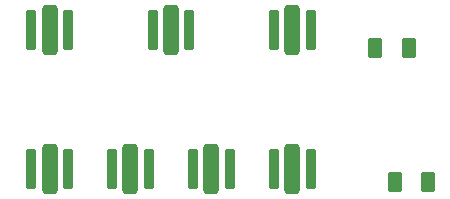
<source format=gtp>
G04*
G04 #@! TF.GenerationSoftware,Altium Limited,Altium Designer,23.6.0 (18)*
G04*
G04 Layer_Color=8421504*
%FSLAX44Y44*%
%MOMM*%
G71*
G04*
G04 #@! TF.SameCoordinates,8711EDFB-AC5A-492D-8E97-C1405DB26330*
G04*
G04*
G04 #@! TF.FilePolarity,Positive*
G04*
G01*
G75*
G04:AMPARAMS|DCode=12|XSize=1.3mm|YSize=4.3mm|CornerRadius=0.325mm|HoleSize=0mm|Usage=FLASHONLY|Rotation=180.000|XOffset=0mm|YOffset=0mm|HoleType=Round|Shape=RoundedRectangle|*
%AMROUNDEDRECTD12*
21,1,1.3000,3.6500,0,0,180.0*
21,1,0.6500,4.3000,0,0,180.0*
1,1,0.6500,-0.3250,1.8250*
1,1,0.6500,0.3250,1.8250*
1,1,0.6500,0.3250,-1.8250*
1,1,0.6500,-0.3250,-1.8250*
%
%ADD12ROUNDEDRECTD12*%
G04:AMPARAMS|DCode=13|XSize=0.8mm|YSize=3.45mm|CornerRadius=0.2mm|HoleSize=0mm|Usage=FLASHONLY|Rotation=180.000|XOffset=0mm|YOffset=0mm|HoleType=Round|Shape=RoundedRectangle|*
%AMROUNDEDRECTD13*
21,1,0.8000,3.0500,0,0,180.0*
21,1,0.4000,3.4500,0,0,180.0*
1,1,0.4000,-0.2000,1.5250*
1,1,0.4000,0.2000,1.5250*
1,1,0.4000,0.2000,-1.5250*
1,1,0.4000,-0.2000,-1.5250*
%
%ADD13ROUNDEDRECTD13*%
G04:AMPARAMS|DCode=14|XSize=1.75mm|YSize=1.25mm|CornerRadius=0.3125mm|HoleSize=0mm|Usage=FLASHONLY|Rotation=270.000|XOffset=0mm|YOffset=0mm|HoleType=Round|Shape=RoundedRectangle|*
%AMROUNDEDRECTD14*
21,1,1.7500,0.6250,0,0,270.0*
21,1,1.1250,1.2500,0,0,270.0*
1,1,0.6250,-0.3125,-0.5625*
1,1,0.6250,-0.3125,0.5625*
1,1,0.6250,0.3125,0.5625*
1,1,0.6250,0.3125,-0.5625*
%
%ADD14ROUNDEDRECTD14*%
D12*
X614156Y131128D02*
D03*
X545656Y131128D02*
D03*
X477156D02*
D03*
X408656Y131128D02*
D03*
X511406Y248203D02*
D03*
X408656Y248203D02*
D03*
X614156D02*
D03*
D13*
X598656Y131128D02*
D03*
X629656D02*
D03*
X530156Y131128D02*
D03*
X561156D02*
D03*
X461656D02*
D03*
X492656D02*
D03*
X393156Y131128D02*
D03*
X424156D02*
D03*
X495906Y248203D02*
D03*
X526906D02*
D03*
X393156Y248203D02*
D03*
X424156D02*
D03*
X598656D02*
D03*
X629656D02*
D03*
D14*
X712906Y233203D02*
D03*
X684406D02*
D03*
X729250Y120000D02*
D03*
X700750D02*
D03*
M02*

</source>
